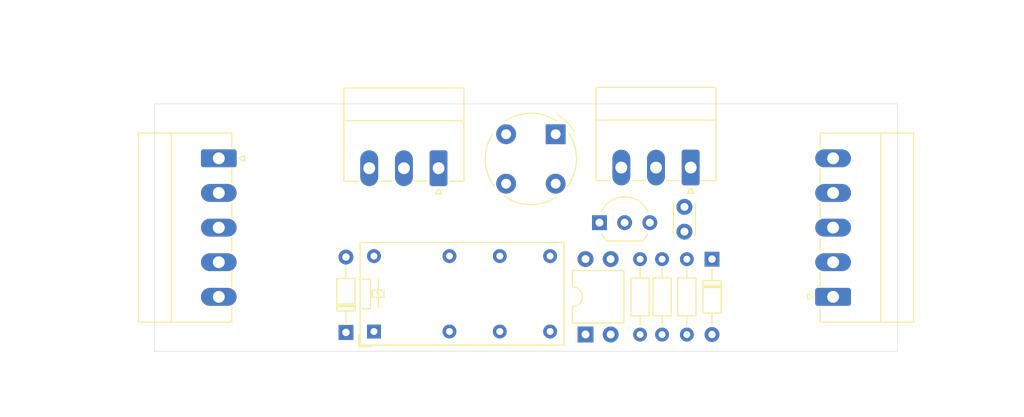
<source format=kicad_pcb>
(kicad_pcb (version 20240108) (generator "pcbnew") (generator_version "8.0")
  (layers (0 "F.Cu" signal) (31 "B.Cu" signal) (34 "B.Paste" user) (35 "F.Paste" user) (36 "B.SilkS" user "B.Silkscreen") (37 "F.SilkS" user "F.Silkscreen") (38 "B.Mask" user) (39 "F.Mask" user) (44 "Edge.Cuts" user))
  (net 0 "")
  (net 1 "Net-(D3-K)")
  (net 2 "GND")
  (net 3 "/RING_RIGHT")
  (net 4 "Net-(D1-+)")
  (net 5 "/SECTION")
  (net 6 "+12V")
  (net 7 "Net-(D2-A)")
  (net 8 "/upline")
  (net 9 "/downline")
  (net 10 "/RING_LEFT")
  (net 11 "/RED")
  (net 12 "/GREEN")
  (net 13 "Net-(Q1-B)")
  (net 14 "Net-(R2-Pad2)")
  (footprint "MountingHole:MountingHole_3.2mm_M3" (layer "F.Cu") (at 167 130 90)
    (property "Reference" "REF**" (hide yes))
    (property "Value" "MountingHole_3.2mm_M3")
    (pad "" np_thru_hole circle (at 0 0 90) (size 3.2 3.2) (drill 3.2) (layers "*.Cu" "*.Mask"))
  )
  (footprint "Connector_Phoenix_MC:PhoenixContact_MC_1,5_3-G-3.5_1x03_P3.50mm_Horizontal" (layer "F.Cu") (at 159.126 123.9325 180)
    (property "Reference" "J3" (hide yes))
    (property "Value" "Screw_Terminal_01x03")
    (fp_line (start 9.56 8.11) (end 9.56 -1.31) (stroke (width 0.12)) (layer "F.SilkS"))
    (fp_line (start 9.56 -1.31) (end 8.05 -1.31) (stroke (width 0.12)) (layer "F.SilkS"))
    (fp_line (start 4.55 -1.31) (end 5.95 -1.31) (stroke (width 0.12)) (layer "F.SilkS"))
    (fp_line (start 1.05 -1.31) (end 2.45 -1.31) (stroke (width 0.12)) (layer "F.SilkS"))
    (fp_line (start 0.3 -2.6) (end 0 -2) (stroke (width 0.12)) (layer "F.SilkS"))
    (fp_line (start 0 -2) (end -0.3 -2.6) (stroke (width 0.12)) (layer "F.SilkS"))
    (fp_line (start -0.3 -2.6) (end 0.3 -2.6) (stroke (width 0.12)) (layer "F.SilkS"))
    (fp_line (start -2.56 8.11) (end 9.56 8.11) (stroke (width 0.12)) (layer "F.SilkS"))
    (fp_line (start -2.56 4.8) (end 9.56 4.8) (stroke (width 0.12)) (layer "F.SilkS"))
    (fp_line (start -2.56 -1.31) (end -1.05 -1.31) (stroke (width 0.12)) (layer "F.SilkS"))
    (fp_line (start -2.56 -1.31) (end -2.56 8.11) (stroke (width 0.12)) (layer "F.SilkS"))
    (pad "1" thru_hole roundrect (at 0 0 180) (size 1.8 3.6) (drill 1.2) (layers "*.Cu" "*.Mask") (roundrect_rratio 0.138889) (net 5 "/SECTION"))
    (pad "2" thru_hole oval (at 3.5 0 180) (size 1.8 3.6) (drill 1.2) (layers "*.Cu" "*.Mask") (net 3 "/RING_RIGHT"))
    (pad "3" thru_hole oval (at 7 0 180) (size 1.8 3.6) (drill 1.2) (layers "*.Cu" "*.Mask") (net 10 "/RING_LEFT"))
  )
  (footprint "Diode_THT:D_DO-34_SOD68_P7.62mm_Horizontal" (layer "F.Cu") (at 161.279 133.185 -90)
    (property "Reference" "D3" (hide yes))
    (property "Value" "D")
    (fp_line (start 2.17 0.92) (end 5.45 0.92) (stroke (width 0.12)) (layer "F.SilkS"))
    (fp_line (start 5.45 0.92) (end 5.45 -0.92) (stroke (width 0.12)) (layer "F.SilkS"))
    (fp_line (start 0.99 0) (end 2.17 0) (stroke (width 0.12)) (layer "F.SilkS"))
    (fp_line (start 6.63 0) (end 5.45 0) (stroke (width 0.12)) (layer "F.SilkS"))
    (fp_line (start 2.17 -0.92) (end 2.17 0.92) (stroke (width 0.12)) (layer "F.SilkS"))
    (fp_line (start 2.626 -0.92) (end 2.626 0.92) (stroke (width 0.12)) (layer "F.SilkS"))
    (fp_line (start 2.746 -0.92) (end 2.746 0.92) (stroke (width 0.12)) (layer "F.SilkS"))
    (fp_line (start 2.866 -0.92) (end 2.866 0.92) (stroke (width 0.12)) (layer "F.SilkS"))
    (fp_line (start 5.45 -0.92) (end 2.17 -0.92) (stroke (width 0.12)) (layer "F.SilkS"))
    (pad "1" thru_hole rect (at 0 0 270) (size 1.5 1.5) (drill 0.75) (layers "*.Cu" "*.Mask") (net 1 "Net-(D3-K)"))
    (pad "2" thru_hole oval (at 7.62 0 270) (size 1.5 1.5) (drill 0.75) (layers "*.Cu" "*.Mask") (net 8 "/upline"))
  )
  (footprint "Capacitor_THT:C_Disc_D3.0mm_W2.0mm_P2.50mm" (layer "F.Cu") (at 158.496 130.409 90)
    (property "Reference" "C1" (hide yes))
    (property "Value" "47uF")
    (fp_line (start 2.87 -1.12) (end 2.87 -1.055) (stroke (width 0.12)) (layer "F.SilkS"))
    (fp_line (start -0.37 -1.12) (end 2.87 -1.12) (stroke (width 0.12)) (layer "F.SilkS"))
    (fp_line (start -0.37 -1.12) (end -0.37 -1.055) (stroke (width 0.12)) (layer "F.SilkS"))
    (fp_line (start 2.87 1.055) (end 2.87 1.12) (stroke (width 0.12)) (layer "F.SilkS"))
    (fp_line (start -0.37 1.055) (end -0.37 1.12) (stroke (width 0.12)) (layer "F.SilkS"))
    (fp_line (start -0.37 1.12) (end 2.87 1.12) (stroke (width 0.12)) (layer "F.SilkS"))
    (pad "1" thru_hole circle (at 0 0 90) (size 1.6 1.6) (drill 0.8) (layers "*.Cu" "*.Mask") (net 1 "Net-(D3-K)"))
    (pad "2" thru_hole circle (at 2.5 0 90) (size 1.6 1.6) (drill 0.8) (layers "*.Cu" "*.Mask") (net 2 "GND"))
  )
  (footprint "Resistor_THT:R_Axial_DIN0204_L3.6mm_D1.6mm_P7.62mm_Horizontal" (layer "F.Cu") (at 158.739 140.81 90)
    (property "Reference" "R3" (hide yes))
    (property "Value" "4k7")
    (fp_line (start 5.73 -0.92) (end 1.89 -0.92) (stroke (width 0.12)) (layer "F.SilkS"))
    (fp_line (start 1.89 -0.92) (end 1.89 0.92) (stroke (width 0.12)) (layer "F.SilkS"))
    (fp_line (start 6.68 0) (end 5.73 0) (stroke (width 0.12)) (layer "F.SilkS"))
    (fp_line (start 0.94 0) (end 1.89 0) (stroke (width 0.12)) (layer "F.SilkS"))
    (fp_line (start 5.73 0.92) (end 5.73 -0.92) (stroke (width 0.12)) (layer "F.SilkS"))
    (fp_line (start 1.89 0.92) (end 5.73 0.92) (stroke (width 0.12)) (layer "F.SilkS"))
    (pad "1" thru_hole circle (at 0 0 90) (size 1.4 1.4) (drill 0.7) (layers "*.Cu" "*.Mask") (net 13 "Net-(Q1-B)"))
    (pad "2" thru_hole oval (at 7.62 0 90) (size 1.4 1.4) (drill 0.7) (layers "*.Cu" "*.Mask") (net 1 "Net-(D3-K)"))
  )
  (footprint "Package_TO_SOT_THT:TO-92_Inline_Wide" (layer "F.Cu") (at 149.92 129.5)
    (property "Reference" "Q1" (hide yes))
    (property "Value" "BC547")
    (fp_line (start 0.74 1.85) (end 4.34 1.85) (stroke (width 0.12)) (layer "F.SilkS"))
    (fp_arc (start 0.1836 -1.098807) (mid 1.143021 -2.192817) (end 2.54 -2.6) (stroke (width 0.12)) (layer "F.SilkS"))
    (fp_arc (start 0.74 1.85) (mid 0.446097 1.509328) (end 0.215816 1.122795) (stroke (width 0.12)) (layer "F.SilkS"))
    (fp_arc (start 2.54 -2.6) (mid 3.936979 -2.192818) (end 4.8964 -1.098807) (stroke (width 0.12)) (layer "F.SilkS"))
    (fp_arc (start 4.864184 1.122795) (mid 4.633903 1.509328) (end 4.34 1.85) (stroke (width 0.12)) (layer "F.SilkS"))
    (pad "1" thru_hole rect (at 0 0) (size 1.5 1.5) (drill 0.8) (layers "*.Cu" "*.Mask") (net 7 "Net-(D2-A)"))
    (pad "2" thru_hole circle (at 2.54 0) (size 1.5 1.5) (drill 0.8) (layers "*.Cu" "*.Mask") (net 13 "Net-(Q1-B)"))
    (pad "3" thru_hole circle (at 5.08 0) (size 1.5 1.5) (drill 0.8) (layers "*.Cu" "*.Mask") (net 2 "GND"))
  )
  (footprint "Diode_THT:Diode_Bridge_Round_D9.0mm" (layer "F.Cu") (at 145.5 120.563 -90)
    (property "Reference" "D1" (hide yes))
    (property "Value" "D_Bridge_+-AA")
    (fp_arc (start 5.25 6.2) (mid 2.657169 7.107363) (end 0.008533 6.3788) (stroke (width 0.12)) (layer "F.SilkS"))
    (fp_arc (start -1.25 5.2) (mid -2.120355 2.569427) (end -1.329431 -0.086109) (stroke (width 0.12)) (layer "F.SilkS"))
    (fp_arc (start 6.35 -0.05) (mid 7.117021 2.590098) (end 6.247584 5.198261) (stroke (width 0.12)) (layer "F.SilkS"))
    (fp_arc (start -1.954487 -0.183757) (mid -1.246061 -1.107219) (end -0.35 -1.85) (stroke (width 0.12)) (layer "F.SilkS"))
    (fp_arc (start -0.1 -1.3) (mid 2.595106 -2.103363) (end 5.254731 -1.189371) (stroke (width 0.12)) (layer "F.SilkS"))
    (pad "1" thru_hole rect (at 0 0 270) (size 2 2) (drill 1) (layers "*.Cu" "*.Mask") (net 4 "Net-(D1-+)"))
    (pad "2" thru_hole oval (at 0 5 270) (size 2 2) (drill 1) (layers "*.Cu" "*.Mask") (net 4 "Net-(D1-+)"))
    (pad "3" thru_hole oval (at 5 5 270) (size 2 2) (drill 1) (layers "*.Cu" "*.Mask") (net 5 "/SECTION"))
    (pad "4" thru_hole oval (at 5 0 270) (size 2 2) (drill 1) (layers "*.Cu" "*.Mask") (net 3 "/RING_RIGHT"))
  )
  (footprint "Resistor_THT:R_Axial_DIN0204_L3.6mm_D1.6mm_P7.62mm_Horizontal" (layer "F.Cu") (at 154.019 133.19 -90)
    (property "Reference" "R2" (hide yes))
    (property "Value" "47R")
    (fp_line (start 1.89 0.92) (end 5.73 0.92) (stroke (width 0.12)) (layer "F.SilkS"))
    (fp_line (start 5.73 0.92) (end 5.73 -0.92) (stroke (width 0.12)) (layer "F.SilkS"))
    (fp_line (start 0.94 0) (end 1.89 0) (stroke (width 0.12)) (layer "F.SilkS"))
    (fp_line (start 6.68 0) (end 5.73 0) (stroke (width 0.12)) (layer "F.SilkS"))
    (fp_line (start 1.89 -0.92) (end 1.89 0.92) (stroke (width 0.12)) (layer "F.SilkS"))
    (fp_line (start 5.73 -0.92) (end 1.89 -0.92) (stroke (width 0.12)) (layer "F.SilkS"))
    (pad "1" thru_hole circle (at 0 0 270) (size 1.4 1.4) (drill 0.7) (layers "*.Cu" "*.Mask") (net 3 "/RING_RIGHT"))
    (pad "2" thru_hole oval (at 7.62 0 270) (size 1.4 1.4) (drill 0.7) (layers "*.Cu" "*.Mask") (net 14 "Net-(R2-Pad2)"))
  )
  (footprint "MountingHole:MountingHole_3.2mm_M3" (layer "F.Cu") (at 118.5 130 90)
    (property "Reference" "REF**" (hide yes))
    (property "Value" "MountingHole_3.2mm_M3")
    (pad "" np_thru_hole circle (at 0 0 90) (size 3.2 3.2) (drill 3.2) (layers "*.Cu" "*.Mask"))
  )
  (footprint "Connector_Phoenix_MC:PhoenixContact_MC_1,5_5-G-3.5_1x05_P3.50mm_Horizontal" (layer "F.Cu") (at 173.5 137 90)
    (property "Reference" "J4" (hide yes))
    (property "Value" "Screw_Terminal_01x05")
    (fp_line (start 0.3 -2.6) (end 0 -2) (stroke (width 0.12)) (layer "F.SilkS"))
    (fp_line (start -0.3 -2.6) (end 0.3 -2.6) (stroke (width 0.12)) (layer "F.SilkS"))
    (fp_line (start 0 -2) (end -0.3 -2.6) (stroke (width 0.12)) (layer "F.SilkS"))
    (fp_line (start 16.56 -1.31) (end 15.05 -1.31) (stroke (width 0.12)) (layer "F.SilkS"))
    (fp_line (start 11.55 -1.31) (end 12.95 -1.31) (stroke (width 0.12)) (layer "F.SilkS"))
    (fp_line (start 8.05 -1.31) (end 9.45 -1.31) (stroke (width 0.12)) (layer "F.SilkS"))
    (fp_line (start 4.55 -1.31) (end 5.95 -1.31) (stroke (width 0.12)) (layer "F.SilkS"))
    (fp_line (start 1.05 -1.31) (end 2.45 -1.31) (stroke (width 0.12)) (layer "F.SilkS"))
    (fp_line (start -2.56 -1.31) (end -1.05 -1.31) (stroke (width 0.12)) (layer "F.SilkS"))
    (fp_line (start -2.56 -1.31) (end -2.56 8.11) (stroke (width 0.12)) (layer "F.SilkS"))
    (fp_line (start -2.56 4.8) (end 16.56 4.8) (stroke (width 0.12)) (layer "F.SilkS"))
    (fp_line (start 16.56 8.11) (end 16.56 -1.31) (stroke (width 0.12)) (layer "F.SilkS"))
    (fp_line (start -2.56 8.11) (end 16.56 8.11) (stroke (width 0.12)) (layer "F.SilkS"))
    (pad "1" thru_hole roundrect (at 0 0 90) (size 1.8 3.6) (drill 1.2) (layers "*.Cu" "*.Mask") (roundrect_rratio 0.138889) (net 8 "/upline"))
    (pad "2" thru_hole oval (at 3.5 0 90) (size 1.8 3.6) (drill 1.2) (layers "*.Cu" "*.Mask") (net 2 "GND"))
    (pad "3" thru_hole oval (at 7 0 90) (size 1.8 3.6) (drill 1.2) (layers "*.Cu" "*.Mask") (net 6 "+12V"))
    (pad "4" thru_hole oval (at 10.5 0 90) (size 1.8 3.6) (drill 1.2) (layers "*.Cu" "*.Mask") (net 10 "/RING_LEFT"))
    (pad "5" thru_hole oval (at 14 0 90) (size 1.8 3.6) (drill 1.2) (layers "*.Cu" "*.Mask") (net 3 "/RING_RIGHT"))
  )
  (footprint "Package_DIP:DIP-4_W7.62mm" (layer "F.Cu") (at 148.514 140.8 90)
    (property "Reference" "U1" (hide yes))
    (property "Value" "EL814")
    (fp_line (start 6.46 -1.33) (end 4.81 -1.33) (stroke (width 0.12)) (layer "F.SilkS"))
    (fp_line (start 2.81 -1.33) (end 1.16 -1.33) (stroke (width 0.12)) (layer "F.SilkS"))
    (fp_line (start 1.16 -1.33) (end 1.16 3.87) (stroke (width 0.12)) (layer "F.SilkS"))
    (fp_line (start 6.46 3.87) (end 6.46 -1.33) (stroke (width 0.12)) (layer "F.SilkS"))
    (fp_line (start 1.16 3.87) (end 6.46 3.87) (stroke (width 0.12)) (layer "F.SilkS"))
    (fp_arc (start 4.81 -1.33) (mid 3.81 -0.33) (end 2.81 -1.33) (stroke (width 0.12)) (layer "F.SilkS"))
    (pad "1" thru_hole rect (at 0 0 90) (size 1.6 1.6) (drill 0.8) (layers "*.Cu" "*.Mask") (net 5 "/SECTION"))
    (pad "2" thru_hole oval (at 0 2.54 90) (size 1.6 1.6) (drill 0.8) (layers "*.Cu" "*.Mask") (net 14 "Net-(R2-Pad2)"))
    (pad "3" thru_hole oval (at 7.62 2.54 90) (size 1.6 1.6) (drill 0.8) (layers "*.Cu" "*.Mask") (net 2 "GND"))
    (pad "4" thru_hole oval (at 7.62 0 90) (size 1.6 1.6) (drill 0.8) (layers "*.Cu" "*.Mask") (net 9 "/downline"))
  )
  (footprint "Connector_Phoenix_MC:PhoenixContact_MC_1,5_3-G-3.5_1x03_P3.50mm_Horizontal" (layer "F.Cu") (at 133.681 124 180)
    (property "Reference" "J2" (hide yes))
    (property "Value" "Screw_Terminal_01x03")
    (fp_line (start 9.56 8.11) (end 9.56 -1.31) (stroke (width 0.12)) (layer "F.SilkS"))
    (fp_line (start 9.56 -1.31) (end 8.05 -1.31) (stroke (width 0.12)) (layer "F.SilkS"))
    (fp_line (start 4.55 -1.31) (end 5.95 -1.31) (stroke (width 0.12)) (layer "F.SilkS"))
    (fp_line (start 1.05 -1.31) (end 2.45 -1.31) (stroke (width 0.12)) (layer "F.SilkS"))
    (fp_line (start 0.3 -2.6) (end 0 -2) (stroke (width 0.12)) (layer "F.SilkS"))
    (fp_line (start 0 -2) (end -0.3 -2.6) (stroke (width 0.12)) (layer "F.SilkS"))
    (fp_line (start -0.3 -2.6) (end 0.3 -2.6) (stroke (width 0.12)) (layer "F.SilkS"))
    (fp_line (start -2.56 8.11) (end 9.56 8.11) (stroke (width 0.12)) (layer "F.SilkS"))
    (fp_line (start -2.56 4.8) (end 9.56 4.8) (stroke (width 0.12)) (layer "F.SilkS"))
    (fp_line (start -2.56 -1.31) (end -1.05 -1.31) (stroke (width 0.12)) (layer "F.SilkS"))
    (fp_line (start -2.56 -1.31) (end -2.56 8.11) (stroke (width 0.12)) (layer "F.SilkS"))
    (pad "1" thru_hole roundrect (at 0 0 180) (size 1.8 3.6) (drill 1.2) (layers "*.Cu" "*.Mask") (roundrect_rratio 0.138889) (net 11 "/RED"))
    (pad "2" thru_hole oval (at 3.5 0 180) (size 1.8 3.6) (drill 1.2) (layers "*.Cu" "*.Mask") (net 6 "+12V"))
    (pad "3" thru_hole oval (at 7 0 180) (size 1.8 3.6) (drill 1.2) (layers "*.Cu" "*.Mask") (net 12 "/GREEN"))
  )
  (footprint "Relay_THT:Relay_DPDT_Omron_G5V-2" (layer "F.Cu") (at 127.1595 140.5 90)
    (property "Reference" "K1" (hide yes))
    (property "Value" "G5V-2")
    (fp_line (start -1.54 -1.55) (end -0.33 -1.55) (stroke (width 0.12)) (layer "F.SilkS"))
    (fp_line (start 9 -1.4) (end -1.38 -1.4) (stroke (width 0.12)) (layer "F.SilkS"))
    (fp_line (start 2.3 -1.4) (end 2.3 -0.36) (stroke (width 0.12)) (layer "F.SilkS"))
    (fp_line (start -1.38 -1.4) (end -1.38 19.19) (stroke (width 0.12)) (layer "F.SilkS"))
    (fp_line (start 5.3 -0.34) (end 5.3 -1.4) (stroke (width 0.12)) (layer "F.SilkS"))
    (fp_line (start 2.3 -0.34) (end 5.3 -0.34) (stroke (width 0.12)) (layer "F.SilkS"))
    (fp_line (start -1.54 -0.25) (end -1.54 -1.55) (stroke (width 0.12)) (layer "F.SilkS"))
    (fp_line (start 4.17 -0.19) (end 3.47 -0.19) (stroke (width 0.12)) (layer "F.SilkS"))
    (fp_line (start 3.47 -0.19) (end 3.47 1.01) (stroke (width 0.12)) (layer "F.SilkS"))
    (fp_line (start 4.17 0.44) (end 5.27 0.44) (stroke (width 0.12)) (layer "F.SilkS"))
    (fp_line (start 3.47 0.44) (end 2.37 0.44) (stroke (width 0.12)) (layer "F.SilkS"))
    (fp_line (start 3.47 0.61) (end 4.17 0.21) (stroke (width 0.12)) (layer "F.SilkS"))
    (fp_line (start 4.17 1.01) (end 4.17 -0.19) (stroke (width 0.12)) (layer "F.SilkS"))
    (fp_line (start 3.47 1.01) (end 4.17 1.01) (stroke (width 0.12)) (layer "F.SilkS"))
    (fp_line (start 9 19.19) (end 9 -1.4) (stroke (width 0.12)) (layer "F.SilkS"))
    (fp_line (start -1.38 19.19) (end 9 19.19) (stroke (width 0.12)) (layer "F.SilkS"))
    (pad "1" thru_hole rect (at 0 0 90) (size 1.4 1.4) (drill 0.7) (layers "*.Cu" "*.Mask") (net 6 "+12V"))
    (pad "4" thru_hole circle (at 0 7.62 90) (size 1.4 1.4) (drill 0.7) (layers "*.Cu" "*.Mask") (net 6 "+12V"))
    (pad "6" thru_hole circle (at 0 12.7 90) (size 1.4 1.4) (drill 0.7) (layers "*.Cu" "*.Mask") (net 11 "/RED"))
    (pad "8" thru_hole circle (at 0 17.78 90) (size 1.4 1.4) (drill 0.7) (layers "*.Cu" "*.Mask") (net 12 "/GREEN"))
    (pad "9" thru_hole circle (at 7.62 17.78 90) (size 1.4 1.4) (drill 0.7) (layers "*.Cu" "*.Mask") (net 5 "/SECTION"))
    (pad "11" thru_hole circle (at 7.62 12.7 90) (size 1.4 1.4) (drill 0.7) (layers "*.Cu" "*.Mask"))
    (pad "13" thru_hole circle (at 7.62 7.62 90) (size 1.4 1.4) (drill 0.7) (layers "*.Cu" "*.Mask") (net 3 "/RING_RIGHT"))
    (pad "16" thru_hole circle (at 7.62 0 90) (size 1.4 1.4) (drill 0.7) (layers "*.Cu" "*.Mask") (net 7 "Net-(D2-A)"))
  )
  (footprint "Connector_Phoenix_MC:PhoenixContact_MC_1,5_5-G-3.5_1x05_P3.50mm_Horizontal" (layer "F.Cu") (at 111.5 123 -90)
    (property "Reference" "J1" (hide yes))
    (property "Value" "Screw_Terminal_01x05")
    (fp_line (start -2.56 8.11) (end 16.56 8.11) (stroke (width 0.12)) (layer "F.SilkS"))
    (fp_line (start 16.56 8.11) (end 16.56 -1.31) (stroke (width 0.12)) (layer "F.SilkS"))
    (fp_line (start -2.56 4.8) (end 16.56 4.8) (stroke (width 0.12)) (layer "F.SilkS"))
    (fp_line (start -2.56 -1.31) (end -2.56 8.11) (stroke (width 0.12)) (layer "F.SilkS"))
    (fp_line (start -2.56 -1.31) (end -1.05 -1.31) (stroke (width 0.12)) (layer "F.SilkS"))
    (fp_line (start 1.05 -1.31) (end 2.45 -1.31) (stroke (width 0.12)) (layer "F.SilkS"))
    (fp_line (start 4.55 -1.31) (end 5.95 -1.31) (stroke (width 0.12)) (layer "F.SilkS"))
    (fp_line (start 8.05 -1.31) (end 9.45 -1.31) (stroke (width 0.12)) (layer "F.SilkS"))
    (fp_line (start 11.55 -1.31) (end 12.95 -1.31) (stroke (width 0.12)) (layer "F.SilkS"))
    (fp_line (start 16.56 -1.31) (end 15.05 -1.31) (stroke (width 0.12)) (layer "F.SilkS"))
    (fp_line (start 0 -2) (end -0.3 -2.6) (stroke (width 0.12)) (layer "F.SilkS"))
    (fp_line (start -0.3 -2.6) (end 0.3 -2.6) (stroke (width 0.12)) (layer "F.SilkS"))
    (fp_line (start 0.3 -2.6) (end 0 -2) (stroke (width 0.12)) (layer "F.SilkS"))
    (pad "1" thru_hole roundrect (at 0 0 270) (size 1.8 3.6) (drill 1.2) (layers "*.Cu" "*.Mask") (roundrect_rratio 0.138889) (net 3 "/RING_RIGHT"))
    (pad "2" thru_hole oval (at 3.5 0 270) (size 1.8 3.6) (drill 1.2) (layers "*.Cu" "*.Mask") (net 10 "/RING_LEFT"))
    (pad "3" thru_hole oval (at 7 0 270) (size 1.8 3.6) (drill 1.2) (layers "*.Cu" "*.Mask") (net 6 "+12V"))
    (pad "4" thru_hole oval (at 10.5 0 270) (size 1.8 3.6) (drill 1.2) (layers "*.Cu" "*.Mask") (net 2 "GND"))
    (pad "5" thru_hole oval (at 14 0 270) (size 1.8 3.6) (drill 1.2) (layers "*.Cu" "*.Mask") (net 9 "/downline"))
  )
  (footprint "Diode_THT:D_DO-34_SOD68_P7.62mm_Horizontal" (layer "F.Cu") (at 124.333 140.594 90)
    (property "Reference" "D2" (hide yes))
    (property "Value" "D")
    (fp_line (start 5.45 -0.92) (end 2.17 -0.92) (stroke (width 0.12)) (layer "F.SilkS"))
    (fp_line (start 2.866 -0.92) (end 2.866 0.92) (stroke (width 0.12)) (layer "F.SilkS"))
    (fp_line (start 2.746 -0.92) (end 2.746 0.92) (stroke (width 0.12)) (layer "F.SilkS"))
    (fp_line (start 2.626 -0.92) (end 2.626 0.92) (stroke (width 0.12)) (layer "F.SilkS"))
    (fp_line (start 2.17 -0.92) (end 2.17 0.92) (stroke (width 0.12)) (layer "F.SilkS"))
    (fp_line (start 6.63 0) (end 5.45 0) (stroke (width 0.12)) (layer "F.SilkS"))
    (fp_line (start 0.99 0) (end 2.17 0) (stroke (width 0.12)) (layer "F.SilkS"))
    (fp_line (start 5.45 0.92) (end 5.45 -0.92) (stroke (width 0.12)) (layer "F.SilkS"))
    (fp_line (start 2.17 0.92) (end 5.45 0.92) (stroke (width 0.12)) (layer "F.SilkS"))
    (pad "1" thru_hole rect (at 0 0 90) (size 1.5 1.5) (drill 0.75) (layers "*.Cu" "*.Mask") (net 6 "+12V"))
    (pad "2" thru_hole oval (at 7.62 0 90) (size 1.5 1.5) (drill 0.75) (layers "*.Cu" "*.Mask") (net 7 "Net-(D2-A)"))
  )
  (footprint "Resistor_THT:R_Axial_DIN0204_L3.6mm_D1.6mm_P7.62mm_Horizontal" (layer "F.Cu") (at 156.239 140.81 90)
    (property "Reference" "R1" (hide yes))
    (property "Value" "10k")
    (fp_line (start 5.73 -0.92) (end 1.89 -0.92) (stroke (width 0.12)) (layer "F.SilkS"))
    (fp_line (start 1.89 -0.92) (end 1.89 0.92) (stroke (width 0.12)) (layer "F.SilkS"))
    (fp_line (start 6.68 0) (end 5.73 0) (stroke (width 0.12)) (layer "F.SilkS"))
    (fp_line (start 0.94 0) (end 1.89 0) (stroke (width 0.12)) (layer "F.SilkS"))
    (fp_line (start 5.73 0.92) (end 5.73 -0.92) (stroke (width 0.12)) (layer "F.SilkS"))
    (fp_line (start 1.89 0.92) (end 5.73 0.92) (stroke (width 0.12)) (layer "F.SilkS"))
    (pad "1" thru_hole circle (at 0 0 90) (size 1.4 1.4) (drill 0.7) (layers "*.Cu" "*.Mask") (net 6 "+12V"))
    (pad "2" thru_hole oval (at 7.62 0 90) (size 1.4 1.4) (drill 0.7) (layers "*.Cu" "*.Mask") (net 9 "/downline"))
  )
  (gr_rect (start 105 117.5) (end 180 142.5) (stroke (width 0.05)) (fill none) (layer "Edge.Cuts"))
)
</source>
